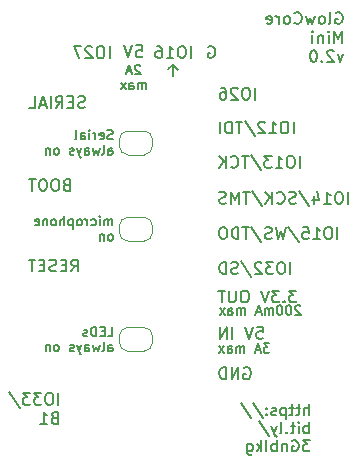
<source format=gbr>
%TF.GenerationSoftware,KiCad,Pcbnew,(6.0.9-0)*%
%TF.CreationDate,2022-11-16T22:53:00+01:00*%
%TF.ProjectId,GlowCoreMini PCB,476c6f77-436f-4726-954d-696e69205043,rev?*%
%TF.SameCoordinates,Original*%
%TF.FileFunction,Legend,Bot*%
%TF.FilePolarity,Positive*%
%FSLAX46Y46*%
G04 Gerber Fmt 4.6, Leading zero omitted, Abs format (unit mm)*
G04 Created by KiCad (PCBNEW (6.0.9-0)) date 2022-11-16 22:53:00*
%MOMM*%
%LPD*%
G01*
G04 APERTURE LIST*
G04 Aperture macros list*
%AMFreePoly0*
4,1,22,0.500000,-0.750000,0.000000,-0.750000,0.000000,-0.745033,-0.079941,-0.743568,-0.215256,-0.701293,-0.333266,-0.622738,-0.424486,-0.514219,-0.481581,-0.384460,-0.499164,-0.250000,-0.500000,-0.250000,-0.500000,0.250000,-0.499164,0.250000,-0.499963,0.256109,-0.478152,0.396186,-0.417904,0.524511,-0.324060,0.630769,-0.204165,0.706417,-0.067858,0.745374,0.000000,0.744959,0.000000,0.750000,
0.500000,0.750000,0.500000,-0.750000,0.500000,-0.750000,$1*%
%AMFreePoly1*
4,1,20,0.000000,0.744959,0.073905,0.744508,0.209726,0.703889,0.328688,0.626782,0.421226,0.519385,0.479903,0.390333,0.500000,0.250000,0.500000,-0.250000,0.499851,-0.262216,0.476331,-0.402017,0.414519,-0.529596,0.319384,-0.634700,0.198574,-0.708877,0.061801,-0.746166,0.000000,-0.745033,0.000000,-0.750000,-0.500000,-0.750000,-0.500000,0.750000,0.000000,0.750000,0.000000,0.744959,
0.000000,0.744959,$1*%
G04 Aperture macros list end*
%ADD10C,0.150000*%
%ADD11C,0.120000*%
%ADD12C,2.200000*%
%ADD13C,0.700025*%
%ADD14O,1.200000X2.200000*%
%ADD15O,1.200000X1.800000*%
%ADD16R,3.500000X2.000000*%
%ADD17R,2.000000X3.500000*%
%ADD18FreePoly0,180.000000*%
%ADD19FreePoly1,180.000000*%
%ADD20FreePoly0,0.000000*%
%ADD21FreePoly1,0.000000*%
G04 APERTURE END LIST*
D10*
X97142300Y-54165500D02*
X97485200Y-54584600D01*
X97116900Y-54165500D02*
X96697800Y-54559200D01*
X97116900Y-54165500D02*
X97104200Y-55143400D01*
X107024376Y-71877180D02*
X107024376Y-70877180D01*
X106357709Y-70877180D02*
X106167233Y-70877180D01*
X106071995Y-70924800D01*
X105976757Y-71020038D01*
X105929138Y-71210514D01*
X105929138Y-71543847D01*
X105976757Y-71734323D01*
X106071995Y-71829561D01*
X106167233Y-71877180D01*
X106357709Y-71877180D01*
X106452947Y-71829561D01*
X106548185Y-71734323D01*
X106595804Y-71543847D01*
X106595804Y-71210514D01*
X106548185Y-71020038D01*
X106452947Y-70924800D01*
X106357709Y-70877180D01*
X105595804Y-70877180D02*
X104976757Y-70877180D01*
X105310090Y-71258133D01*
X105167233Y-71258133D01*
X105071995Y-71305752D01*
X105024376Y-71353371D01*
X104976757Y-71448609D01*
X104976757Y-71686704D01*
X105024376Y-71781942D01*
X105071995Y-71829561D01*
X105167233Y-71877180D01*
X105452947Y-71877180D01*
X105548185Y-71829561D01*
X105595804Y-71781942D01*
X104595804Y-70972419D02*
X104548185Y-70924800D01*
X104452947Y-70877180D01*
X104214852Y-70877180D01*
X104119614Y-70924800D01*
X104071995Y-70972419D01*
X104024376Y-71067657D01*
X104024376Y-71162895D01*
X104071995Y-71305752D01*
X104643423Y-71877180D01*
X104024376Y-71877180D01*
X102881519Y-70829561D02*
X103738661Y-72115276D01*
X102595804Y-71829561D02*
X102452947Y-71877180D01*
X102214852Y-71877180D01*
X102119614Y-71829561D01*
X102071995Y-71781942D01*
X102024376Y-71686704D01*
X102024376Y-71591466D01*
X102071995Y-71496228D01*
X102119614Y-71448609D01*
X102214852Y-71400990D01*
X102405328Y-71353371D01*
X102500566Y-71305752D01*
X102548185Y-71258133D01*
X102595804Y-71162895D01*
X102595804Y-71067657D01*
X102548185Y-70972419D01*
X102500566Y-70924800D01*
X102405328Y-70877180D01*
X102167233Y-70877180D01*
X102024376Y-70924800D01*
X101595804Y-71877180D02*
X101595804Y-70877180D01*
X101357709Y-70877180D01*
X101214852Y-70924800D01*
X101119614Y-71020038D01*
X101071995Y-71115276D01*
X101024376Y-71305752D01*
X101024376Y-71448609D01*
X101071995Y-71639085D01*
X101119614Y-71734323D01*
X101214852Y-71829561D01*
X101357709Y-71877180D01*
X101595804Y-71877180D01*
X104214852Y-76363580D02*
X104691042Y-76363580D01*
X104738661Y-76839771D01*
X104691042Y-76792152D01*
X104595804Y-76744533D01*
X104357709Y-76744533D01*
X104262471Y-76792152D01*
X104214852Y-76839771D01*
X104167233Y-76935009D01*
X104167233Y-77173104D01*
X104214852Y-77268342D01*
X104262471Y-77315961D01*
X104357709Y-77363580D01*
X104595804Y-77363580D01*
X104691042Y-77315961D01*
X104738661Y-77268342D01*
X103881519Y-76363580D02*
X103548185Y-77363580D01*
X103214852Y-76363580D01*
X102119614Y-77363580D02*
X102119614Y-76363580D01*
X101643423Y-77363580D02*
X101643423Y-76363580D01*
X101071995Y-77363580D01*
X101071995Y-76363580D01*
X91587871Y-77137104D02*
X91968823Y-77137104D01*
X91968823Y-76337104D01*
X91321204Y-76718057D02*
X91054538Y-76718057D01*
X90940252Y-77137104D02*
X91321204Y-77137104D01*
X91321204Y-76337104D01*
X90940252Y-76337104D01*
X90597395Y-77137104D02*
X90597395Y-76337104D01*
X90406919Y-76337104D01*
X90292633Y-76375200D01*
X90216442Y-76451390D01*
X90178347Y-76527580D01*
X90140252Y-76679961D01*
X90140252Y-76794247D01*
X90178347Y-76946628D01*
X90216442Y-77022819D01*
X90292633Y-77099009D01*
X90406919Y-77137104D01*
X90597395Y-77137104D01*
X89835490Y-77099009D02*
X89759300Y-77137104D01*
X89606919Y-77137104D01*
X89530728Y-77099009D01*
X89492633Y-77022819D01*
X89492633Y-76984723D01*
X89530728Y-76908533D01*
X89606919Y-76870438D01*
X89721204Y-76870438D01*
X89797395Y-76832342D01*
X89835490Y-76756152D01*
X89835490Y-76718057D01*
X89797395Y-76641866D01*
X89721204Y-76603771D01*
X89606919Y-76603771D01*
X89530728Y-76641866D01*
X91625966Y-78425104D02*
X91625966Y-78006057D01*
X91664061Y-77929866D01*
X91740252Y-77891771D01*
X91892633Y-77891771D01*
X91968823Y-77929866D01*
X91625966Y-78387009D02*
X91702157Y-78425104D01*
X91892633Y-78425104D01*
X91968823Y-78387009D01*
X92006919Y-78310819D01*
X92006919Y-78234628D01*
X91968823Y-78158438D01*
X91892633Y-78120342D01*
X91702157Y-78120342D01*
X91625966Y-78082247D01*
X91130728Y-78425104D02*
X91206919Y-78387009D01*
X91245014Y-78310819D01*
X91245014Y-77625104D01*
X90902157Y-77891771D02*
X90749776Y-78425104D01*
X90597395Y-78044152D01*
X90445014Y-78425104D01*
X90292633Y-77891771D01*
X89645014Y-78425104D02*
X89645014Y-78006057D01*
X89683109Y-77929866D01*
X89759300Y-77891771D01*
X89911680Y-77891771D01*
X89987871Y-77929866D01*
X89645014Y-78387009D02*
X89721204Y-78425104D01*
X89911680Y-78425104D01*
X89987871Y-78387009D01*
X90025966Y-78310819D01*
X90025966Y-78234628D01*
X89987871Y-78158438D01*
X89911680Y-78120342D01*
X89721204Y-78120342D01*
X89645014Y-78082247D01*
X89340252Y-77891771D02*
X89149776Y-78425104D01*
X88959300Y-77891771D02*
X89149776Y-78425104D01*
X89225966Y-78615580D01*
X89264061Y-78653676D01*
X89340252Y-78691771D01*
X88692633Y-78387009D02*
X88616442Y-78425104D01*
X88464061Y-78425104D01*
X88387871Y-78387009D01*
X88349776Y-78310819D01*
X88349776Y-78272723D01*
X88387871Y-78196533D01*
X88464061Y-78158438D01*
X88578347Y-78158438D01*
X88654538Y-78120342D01*
X88692633Y-78044152D01*
X88692633Y-78006057D01*
X88654538Y-77929866D01*
X88578347Y-77891771D01*
X88464061Y-77891771D01*
X88387871Y-77929866D01*
X87283109Y-78425104D02*
X87359300Y-78387009D01*
X87397395Y-78348914D01*
X87435490Y-78272723D01*
X87435490Y-78044152D01*
X87397395Y-77967961D01*
X87359300Y-77929866D01*
X87283109Y-77891771D01*
X87168823Y-77891771D01*
X87092633Y-77929866D01*
X87054538Y-77967961D01*
X87016442Y-78044152D01*
X87016442Y-78272723D01*
X87054538Y-78348914D01*
X87092633Y-78387009D01*
X87168823Y-78425104D01*
X87283109Y-78425104D01*
X86673585Y-77891771D02*
X86673585Y-78425104D01*
X86673585Y-77967961D02*
X86635490Y-77929866D01*
X86559300Y-77891771D01*
X86445014Y-77891771D01*
X86368823Y-77929866D01*
X86330728Y-78006057D01*
X86330728Y-78425104D01*
X91968823Y-67776704D02*
X91968823Y-67243371D01*
X91968823Y-67319561D02*
X91930728Y-67281466D01*
X91854538Y-67243371D01*
X91740252Y-67243371D01*
X91664061Y-67281466D01*
X91625966Y-67357657D01*
X91625966Y-67776704D01*
X91625966Y-67357657D02*
X91587871Y-67281466D01*
X91511680Y-67243371D01*
X91397395Y-67243371D01*
X91321204Y-67281466D01*
X91283109Y-67357657D01*
X91283109Y-67776704D01*
X90902157Y-67776704D02*
X90902157Y-67243371D01*
X90902157Y-66976704D02*
X90940252Y-67014800D01*
X90902157Y-67052895D01*
X90864061Y-67014800D01*
X90902157Y-66976704D01*
X90902157Y-67052895D01*
X90178347Y-67738609D02*
X90254538Y-67776704D01*
X90406919Y-67776704D01*
X90483109Y-67738609D01*
X90521204Y-67700514D01*
X90559300Y-67624323D01*
X90559300Y-67395752D01*
X90521204Y-67319561D01*
X90483109Y-67281466D01*
X90406919Y-67243371D01*
X90254538Y-67243371D01*
X90178347Y-67281466D01*
X89835490Y-67776704D02*
X89835490Y-67243371D01*
X89835490Y-67395752D02*
X89797395Y-67319561D01*
X89759300Y-67281466D01*
X89683109Y-67243371D01*
X89606919Y-67243371D01*
X89225966Y-67776704D02*
X89302157Y-67738609D01*
X89340252Y-67700514D01*
X89378347Y-67624323D01*
X89378347Y-67395752D01*
X89340252Y-67319561D01*
X89302157Y-67281466D01*
X89225966Y-67243371D01*
X89111680Y-67243371D01*
X89035490Y-67281466D01*
X88997395Y-67319561D01*
X88959300Y-67395752D01*
X88959300Y-67624323D01*
X88997395Y-67700514D01*
X89035490Y-67738609D01*
X89111680Y-67776704D01*
X89225966Y-67776704D01*
X88616442Y-67243371D02*
X88616442Y-68043371D01*
X88616442Y-67281466D02*
X88540252Y-67243371D01*
X88387871Y-67243371D01*
X88311680Y-67281466D01*
X88273585Y-67319561D01*
X88235490Y-67395752D01*
X88235490Y-67624323D01*
X88273585Y-67700514D01*
X88311680Y-67738609D01*
X88387871Y-67776704D01*
X88540252Y-67776704D01*
X88616442Y-67738609D01*
X87892633Y-67776704D02*
X87892633Y-66976704D01*
X87549776Y-67776704D02*
X87549776Y-67357657D01*
X87587871Y-67281466D01*
X87664061Y-67243371D01*
X87778347Y-67243371D01*
X87854538Y-67281466D01*
X87892633Y-67319561D01*
X87054538Y-67776704D02*
X87130728Y-67738609D01*
X87168823Y-67700514D01*
X87206919Y-67624323D01*
X87206919Y-67395752D01*
X87168823Y-67319561D01*
X87130728Y-67281466D01*
X87054538Y-67243371D01*
X86940252Y-67243371D01*
X86864061Y-67281466D01*
X86825966Y-67319561D01*
X86787871Y-67395752D01*
X86787871Y-67624323D01*
X86825966Y-67700514D01*
X86864061Y-67738609D01*
X86940252Y-67776704D01*
X87054538Y-67776704D01*
X86445014Y-67243371D02*
X86445014Y-67776704D01*
X86445014Y-67319561D02*
X86406919Y-67281466D01*
X86330728Y-67243371D01*
X86216442Y-67243371D01*
X86140252Y-67281466D01*
X86102157Y-67357657D01*
X86102157Y-67776704D01*
X85416442Y-67738609D02*
X85492633Y-67776704D01*
X85645014Y-67776704D01*
X85721204Y-67738609D01*
X85759300Y-67662419D01*
X85759300Y-67357657D01*
X85721204Y-67281466D01*
X85645014Y-67243371D01*
X85492633Y-67243371D01*
X85416442Y-67281466D01*
X85378347Y-67357657D01*
X85378347Y-67433847D01*
X85759300Y-67510038D01*
X91854538Y-69064704D02*
X91930728Y-69026609D01*
X91968823Y-68988514D01*
X92006919Y-68912323D01*
X92006919Y-68683752D01*
X91968823Y-68607561D01*
X91930728Y-68569466D01*
X91854538Y-68531371D01*
X91740252Y-68531371D01*
X91664061Y-68569466D01*
X91625966Y-68607561D01*
X91587871Y-68683752D01*
X91587871Y-68912323D01*
X91625966Y-68988514D01*
X91664061Y-69026609D01*
X91740252Y-69064704D01*
X91854538Y-69064704D01*
X91245014Y-68531371D02*
X91245014Y-69064704D01*
X91245014Y-68607561D02*
X91206919Y-68569466D01*
X91130728Y-68531371D01*
X91016442Y-68531371D01*
X90940252Y-68569466D01*
X90902157Y-68645657D01*
X90902157Y-69064704D01*
X100106795Y-52636200D02*
X100202033Y-52588580D01*
X100344890Y-52588580D01*
X100487747Y-52636200D01*
X100582985Y-52731438D01*
X100630604Y-52826676D01*
X100678223Y-53017152D01*
X100678223Y-53160009D01*
X100630604Y-53350485D01*
X100582985Y-53445723D01*
X100487747Y-53540961D01*
X100344890Y-53588580D01*
X100249652Y-53588580D01*
X100106795Y-53540961D01*
X100059176Y-53493342D01*
X100059176Y-53160009D01*
X100249652Y-53160009D01*
X88092214Y-64342971D02*
X87949357Y-64390590D01*
X87901738Y-64438209D01*
X87854119Y-64533447D01*
X87854119Y-64676304D01*
X87901738Y-64771542D01*
X87949357Y-64819161D01*
X88044595Y-64866780D01*
X88425547Y-64866780D01*
X88425547Y-63866780D01*
X88092214Y-63866780D01*
X87996976Y-63914400D01*
X87949357Y-63962019D01*
X87901738Y-64057257D01*
X87901738Y-64152495D01*
X87949357Y-64247733D01*
X87996976Y-64295352D01*
X88092214Y-64342971D01*
X88425547Y-64342971D01*
X87235071Y-63866780D02*
X87044595Y-63866780D01*
X86949357Y-63914400D01*
X86854119Y-64009638D01*
X86806500Y-64200114D01*
X86806500Y-64533447D01*
X86854119Y-64723923D01*
X86949357Y-64819161D01*
X87044595Y-64866780D01*
X87235071Y-64866780D01*
X87330309Y-64819161D01*
X87425547Y-64723923D01*
X87473166Y-64533447D01*
X87473166Y-64200114D01*
X87425547Y-64009638D01*
X87330309Y-63914400D01*
X87235071Y-63866780D01*
X86187452Y-63866780D02*
X85996976Y-63866780D01*
X85901738Y-63914400D01*
X85806500Y-64009638D01*
X85758880Y-64200114D01*
X85758880Y-64533447D01*
X85806500Y-64723923D01*
X85901738Y-64819161D01*
X85996976Y-64866780D01*
X86187452Y-64866780D01*
X86282690Y-64819161D01*
X86377928Y-64723923D01*
X86425547Y-64533447D01*
X86425547Y-64200114D01*
X86377928Y-64009638D01*
X86282690Y-63914400D01*
X86187452Y-63866780D01*
X85473166Y-63866780D02*
X84901738Y-63866780D01*
X85187452Y-64866780D02*
X85187452Y-63866780D01*
X107894233Y-74618895D02*
X107856138Y-74580800D01*
X107779947Y-74542704D01*
X107589471Y-74542704D01*
X107513280Y-74580800D01*
X107475185Y-74618895D01*
X107437090Y-74695085D01*
X107437090Y-74771276D01*
X107475185Y-74885561D01*
X107932328Y-75342704D01*
X107437090Y-75342704D01*
X106941852Y-74542704D02*
X106865661Y-74542704D01*
X106789471Y-74580800D01*
X106751376Y-74618895D01*
X106713280Y-74695085D01*
X106675185Y-74847466D01*
X106675185Y-75037942D01*
X106713280Y-75190323D01*
X106751376Y-75266514D01*
X106789471Y-75304609D01*
X106865661Y-75342704D01*
X106941852Y-75342704D01*
X107018042Y-75304609D01*
X107056138Y-75266514D01*
X107094233Y-75190323D01*
X107132328Y-75037942D01*
X107132328Y-74847466D01*
X107094233Y-74695085D01*
X107056138Y-74618895D01*
X107018042Y-74580800D01*
X106941852Y-74542704D01*
X106179947Y-74542704D02*
X106103757Y-74542704D01*
X106027566Y-74580800D01*
X105989471Y-74618895D01*
X105951376Y-74695085D01*
X105913280Y-74847466D01*
X105913280Y-75037942D01*
X105951376Y-75190323D01*
X105989471Y-75266514D01*
X106027566Y-75304609D01*
X106103757Y-75342704D01*
X106179947Y-75342704D01*
X106256138Y-75304609D01*
X106294233Y-75266514D01*
X106332328Y-75190323D01*
X106370423Y-75037942D01*
X106370423Y-74847466D01*
X106332328Y-74695085D01*
X106294233Y-74618895D01*
X106256138Y-74580800D01*
X106179947Y-74542704D01*
X105570423Y-75342704D02*
X105570423Y-74809371D01*
X105570423Y-74885561D02*
X105532328Y-74847466D01*
X105456138Y-74809371D01*
X105341852Y-74809371D01*
X105265661Y-74847466D01*
X105227566Y-74923657D01*
X105227566Y-75342704D01*
X105227566Y-74923657D02*
X105189471Y-74847466D01*
X105113280Y-74809371D01*
X104998995Y-74809371D01*
X104922804Y-74847466D01*
X104884709Y-74923657D01*
X104884709Y-75342704D01*
X104541852Y-75114133D02*
X104160900Y-75114133D01*
X104618042Y-75342704D02*
X104351376Y-74542704D01*
X104084709Y-75342704D01*
X103208519Y-75342704D02*
X103208519Y-74809371D01*
X103208519Y-74885561D02*
X103170423Y-74847466D01*
X103094233Y-74809371D01*
X102979947Y-74809371D01*
X102903757Y-74847466D01*
X102865661Y-74923657D01*
X102865661Y-75342704D01*
X102865661Y-74923657D02*
X102827566Y-74847466D01*
X102751376Y-74809371D01*
X102637090Y-74809371D01*
X102560900Y-74847466D01*
X102522804Y-74923657D01*
X102522804Y-75342704D01*
X101798995Y-75342704D02*
X101798995Y-74923657D01*
X101837090Y-74847466D01*
X101913280Y-74809371D01*
X102065661Y-74809371D01*
X102141852Y-74847466D01*
X101798995Y-75304609D02*
X101875185Y-75342704D01*
X102065661Y-75342704D01*
X102141852Y-75304609D01*
X102179947Y-75228419D01*
X102179947Y-75152228D01*
X102141852Y-75076038D01*
X102065661Y-75037942D01*
X101875185Y-75037942D01*
X101798995Y-74999847D01*
X101494233Y-75342704D02*
X101075185Y-74809371D01*
X101494233Y-74809371D02*
X101075185Y-75342704D01*
X107310090Y-59986351D02*
X107310090Y-58986351D01*
X106643423Y-58986351D02*
X106452947Y-58986351D01*
X106357709Y-59033971D01*
X106262471Y-59129209D01*
X106214852Y-59319685D01*
X106214852Y-59653018D01*
X106262471Y-59843494D01*
X106357709Y-59938732D01*
X106452947Y-59986351D01*
X106643423Y-59986351D01*
X106738661Y-59938732D01*
X106833900Y-59843494D01*
X106881519Y-59653018D01*
X106881519Y-59319685D01*
X106833900Y-59129209D01*
X106738661Y-59033971D01*
X106643423Y-58986351D01*
X105262471Y-59986351D02*
X105833900Y-59986351D01*
X105548185Y-59986351D02*
X105548185Y-58986351D01*
X105643423Y-59129209D01*
X105738661Y-59224447D01*
X105833900Y-59272066D01*
X104881519Y-59081590D02*
X104833900Y-59033971D01*
X104738661Y-58986351D01*
X104500566Y-58986351D01*
X104405328Y-59033971D01*
X104357709Y-59081590D01*
X104310090Y-59176828D01*
X104310090Y-59272066D01*
X104357709Y-59414923D01*
X104929138Y-59986351D01*
X104310090Y-59986351D01*
X103167233Y-58938732D02*
X104024376Y-60224447D01*
X102976757Y-58986351D02*
X102405328Y-58986351D01*
X102691042Y-59986351D02*
X102691042Y-58986351D01*
X102071995Y-59986351D02*
X102071995Y-58986351D01*
X101833900Y-58986351D01*
X101691042Y-59033971D01*
X101595804Y-59129209D01*
X101548185Y-59224447D01*
X101500566Y-59414923D01*
X101500566Y-59557780D01*
X101548185Y-59748256D01*
X101595804Y-59843494D01*
X101691042Y-59938732D01*
X101833900Y-59986351D01*
X102071995Y-59986351D01*
X101071995Y-59986351D02*
X101071995Y-58986351D01*
X107548185Y-73290180D02*
X106929138Y-73290180D01*
X107262471Y-73671133D01*
X107119614Y-73671133D01*
X107024376Y-73718752D01*
X106976757Y-73766371D01*
X106929138Y-73861609D01*
X106929138Y-74099704D01*
X106976757Y-74194942D01*
X107024376Y-74242561D01*
X107119614Y-74290180D01*
X107405328Y-74290180D01*
X107500566Y-74242561D01*
X107548185Y-74194942D01*
X106500566Y-74194942D02*
X106452947Y-74242561D01*
X106500566Y-74290180D01*
X106548185Y-74242561D01*
X106500566Y-74194942D01*
X106500566Y-74290180D01*
X106119614Y-73290180D02*
X105500566Y-73290180D01*
X105833900Y-73671133D01*
X105691042Y-73671133D01*
X105595804Y-73718752D01*
X105548185Y-73766371D01*
X105500566Y-73861609D01*
X105500566Y-74099704D01*
X105548185Y-74194942D01*
X105595804Y-74242561D01*
X105691042Y-74290180D01*
X105976757Y-74290180D01*
X106071995Y-74242561D01*
X106119614Y-74194942D01*
X105214852Y-73290180D02*
X104881519Y-74290180D01*
X104548185Y-73290180D01*
X103262471Y-73290180D02*
X103071995Y-73290180D01*
X102976757Y-73337800D01*
X102881519Y-73433038D01*
X102833900Y-73623514D01*
X102833900Y-73956847D01*
X102881519Y-74147323D01*
X102976757Y-74242561D01*
X103071995Y-74290180D01*
X103262471Y-74290180D01*
X103357709Y-74242561D01*
X103452947Y-74147323D01*
X103500566Y-73956847D01*
X103500566Y-73623514D01*
X103452947Y-73433038D01*
X103357709Y-73337800D01*
X103262471Y-73290180D01*
X102405328Y-73290180D02*
X102405328Y-74099704D01*
X102357709Y-74194942D01*
X102310090Y-74242561D01*
X102214852Y-74290180D01*
X102024376Y-74290180D01*
X101929138Y-74242561D01*
X101881519Y-74194942D01*
X101833900Y-74099704D01*
X101833900Y-73290180D01*
X101500566Y-73290180D02*
X100929138Y-73290180D01*
X101214852Y-74290180D02*
X101214852Y-73290180D01*
X110900595Y-49756800D02*
X110995833Y-49709180D01*
X111138690Y-49709180D01*
X111281547Y-49756800D01*
X111376785Y-49852038D01*
X111424404Y-49947276D01*
X111472023Y-50137752D01*
X111472023Y-50280609D01*
X111424404Y-50471085D01*
X111376785Y-50566323D01*
X111281547Y-50661561D01*
X111138690Y-50709180D01*
X111043452Y-50709180D01*
X110900595Y-50661561D01*
X110852976Y-50613942D01*
X110852976Y-50280609D01*
X111043452Y-50280609D01*
X110281547Y-50709180D02*
X110376785Y-50661561D01*
X110424404Y-50566323D01*
X110424404Y-49709180D01*
X109757738Y-50709180D02*
X109852976Y-50661561D01*
X109900595Y-50613942D01*
X109948214Y-50518704D01*
X109948214Y-50232990D01*
X109900595Y-50137752D01*
X109852976Y-50090133D01*
X109757738Y-50042514D01*
X109614880Y-50042514D01*
X109519642Y-50090133D01*
X109472023Y-50137752D01*
X109424404Y-50232990D01*
X109424404Y-50518704D01*
X109472023Y-50613942D01*
X109519642Y-50661561D01*
X109614880Y-50709180D01*
X109757738Y-50709180D01*
X109091071Y-50042514D02*
X108900595Y-50709180D01*
X108710119Y-50232990D01*
X108519642Y-50709180D01*
X108329166Y-50042514D01*
X107376785Y-50613942D02*
X107424404Y-50661561D01*
X107567261Y-50709180D01*
X107662500Y-50709180D01*
X107805357Y-50661561D01*
X107900595Y-50566323D01*
X107948214Y-50471085D01*
X107995833Y-50280609D01*
X107995833Y-50137752D01*
X107948214Y-49947276D01*
X107900595Y-49852038D01*
X107805357Y-49756800D01*
X107662500Y-49709180D01*
X107567261Y-49709180D01*
X107424404Y-49756800D01*
X107376785Y-49804419D01*
X106805357Y-50709180D02*
X106900595Y-50661561D01*
X106948214Y-50613942D01*
X106995833Y-50518704D01*
X106995833Y-50232990D01*
X106948214Y-50137752D01*
X106900595Y-50090133D01*
X106805357Y-50042514D01*
X106662500Y-50042514D01*
X106567261Y-50090133D01*
X106519642Y-50137752D01*
X106472023Y-50232990D01*
X106472023Y-50518704D01*
X106519642Y-50613942D01*
X106567261Y-50661561D01*
X106662500Y-50709180D01*
X106805357Y-50709180D01*
X106043452Y-50709180D02*
X106043452Y-50042514D01*
X106043452Y-50232990D02*
X105995833Y-50137752D01*
X105948214Y-50090133D01*
X105852976Y-50042514D01*
X105757738Y-50042514D01*
X105043452Y-50661561D02*
X105138690Y-50709180D01*
X105329166Y-50709180D01*
X105424404Y-50661561D01*
X105472023Y-50566323D01*
X105472023Y-50185371D01*
X105424404Y-50090133D01*
X105329166Y-50042514D01*
X105138690Y-50042514D01*
X105043452Y-50090133D01*
X104995833Y-50185371D01*
X104995833Y-50280609D01*
X105472023Y-50375847D01*
X111424404Y-52319180D02*
X111424404Y-51319180D01*
X111091071Y-52033466D01*
X110757738Y-51319180D01*
X110757738Y-52319180D01*
X110281547Y-52319180D02*
X110281547Y-51652514D01*
X110281547Y-51319180D02*
X110329166Y-51366800D01*
X110281547Y-51414419D01*
X110233928Y-51366800D01*
X110281547Y-51319180D01*
X110281547Y-51414419D01*
X109805357Y-51652514D02*
X109805357Y-52319180D01*
X109805357Y-51747752D02*
X109757738Y-51700133D01*
X109662500Y-51652514D01*
X109519642Y-51652514D01*
X109424404Y-51700133D01*
X109376785Y-51795371D01*
X109376785Y-52319180D01*
X108900595Y-52319180D02*
X108900595Y-51652514D01*
X108900595Y-51319180D02*
X108948214Y-51366800D01*
X108900595Y-51414419D01*
X108852976Y-51366800D01*
X108900595Y-51319180D01*
X108900595Y-51414419D01*
X111519642Y-53262514D02*
X111281547Y-53929180D01*
X111043452Y-53262514D01*
X110710119Y-53024419D02*
X110662500Y-52976800D01*
X110567261Y-52929180D01*
X110329166Y-52929180D01*
X110233928Y-52976800D01*
X110186309Y-53024419D01*
X110138690Y-53119657D01*
X110138690Y-53214895D01*
X110186309Y-53357752D01*
X110757738Y-53929180D01*
X110138690Y-53929180D01*
X109710119Y-53833942D02*
X109662500Y-53881561D01*
X109710119Y-53929180D01*
X109757738Y-53881561D01*
X109710119Y-53833942D01*
X109710119Y-53929180D01*
X109043452Y-52929180D02*
X108948214Y-52929180D01*
X108852976Y-52976800D01*
X108805357Y-53024419D01*
X108757738Y-53119657D01*
X108710119Y-53310133D01*
X108710119Y-53548228D01*
X108757738Y-53738704D01*
X108805357Y-53833942D01*
X108852976Y-53881561D01*
X108948214Y-53929180D01*
X109043452Y-53929180D01*
X109138690Y-53881561D01*
X109186309Y-53833942D01*
X109233928Y-53738704D01*
X109281547Y-53548228D01*
X109281547Y-53310133D01*
X109233928Y-53119657D01*
X109186309Y-53024419D01*
X109138690Y-52976800D01*
X109043452Y-52929180D01*
X93978938Y-52538380D02*
X94455128Y-52538380D01*
X94502747Y-53014571D01*
X94455128Y-52966952D01*
X94359890Y-52919333D01*
X94121795Y-52919333D01*
X94026557Y-52966952D01*
X93978938Y-53014571D01*
X93931319Y-53109809D01*
X93931319Y-53347904D01*
X93978938Y-53443142D01*
X94026557Y-53490761D01*
X94121795Y-53538380D01*
X94359890Y-53538380D01*
X94455128Y-53490761D01*
X94502747Y-53443142D01*
X93645604Y-52538380D02*
X93312271Y-53538380D01*
X92978938Y-52538380D01*
X103119614Y-79840200D02*
X103214852Y-79792580D01*
X103357709Y-79792580D01*
X103500566Y-79840200D01*
X103595804Y-79935438D01*
X103643423Y-80030676D01*
X103691042Y-80221152D01*
X103691042Y-80364009D01*
X103643423Y-80554485D01*
X103595804Y-80649723D01*
X103500566Y-80744961D01*
X103357709Y-80792580D01*
X103262471Y-80792580D01*
X103119614Y-80744961D01*
X103071995Y-80697342D01*
X103071995Y-80364009D01*
X103262471Y-80364009D01*
X102643423Y-80792580D02*
X102643423Y-79792580D01*
X102071995Y-80792580D01*
X102071995Y-79792580D01*
X101595804Y-80792580D02*
X101595804Y-79792580D01*
X101357709Y-79792580D01*
X101214852Y-79840200D01*
X101119614Y-79935438D01*
X101071995Y-80030676D01*
X101024376Y-80221152D01*
X101024376Y-80364009D01*
X101071995Y-80554485D01*
X101119614Y-80649723D01*
X101214852Y-80744961D01*
X101357709Y-80792580D01*
X101595804Y-80792580D01*
X111929138Y-65933580D02*
X111929138Y-64933580D01*
X111262471Y-64933580D02*
X111071995Y-64933580D01*
X110976757Y-64981200D01*
X110881519Y-65076438D01*
X110833900Y-65266914D01*
X110833900Y-65600247D01*
X110881519Y-65790723D01*
X110976757Y-65885961D01*
X111071995Y-65933580D01*
X111262471Y-65933580D01*
X111357709Y-65885961D01*
X111452947Y-65790723D01*
X111500566Y-65600247D01*
X111500566Y-65266914D01*
X111452947Y-65076438D01*
X111357709Y-64981200D01*
X111262471Y-64933580D01*
X109881519Y-65933580D02*
X110452947Y-65933580D01*
X110167233Y-65933580D02*
X110167233Y-64933580D01*
X110262471Y-65076438D01*
X110357709Y-65171676D01*
X110452947Y-65219295D01*
X109024376Y-65266914D02*
X109024376Y-65933580D01*
X109262471Y-64885961D02*
X109500566Y-65600247D01*
X108881519Y-65600247D01*
X107786280Y-64885961D02*
X108643423Y-66171676D01*
X107500566Y-65885961D02*
X107357709Y-65933580D01*
X107119614Y-65933580D01*
X107024376Y-65885961D01*
X106976757Y-65838342D01*
X106929138Y-65743104D01*
X106929138Y-65647866D01*
X106976757Y-65552628D01*
X107024376Y-65505009D01*
X107119614Y-65457390D01*
X107310090Y-65409771D01*
X107405328Y-65362152D01*
X107452947Y-65314533D01*
X107500566Y-65219295D01*
X107500566Y-65124057D01*
X107452947Y-65028819D01*
X107405328Y-64981200D01*
X107310090Y-64933580D01*
X107071995Y-64933580D01*
X106929138Y-64981200D01*
X105929138Y-65838342D02*
X105976757Y-65885961D01*
X106119614Y-65933580D01*
X106214852Y-65933580D01*
X106357709Y-65885961D01*
X106452947Y-65790723D01*
X106500566Y-65695485D01*
X106548185Y-65505009D01*
X106548185Y-65362152D01*
X106500566Y-65171676D01*
X106452947Y-65076438D01*
X106357709Y-64981200D01*
X106214852Y-64933580D01*
X106119614Y-64933580D01*
X105976757Y-64981200D01*
X105929138Y-65028819D01*
X105500566Y-65933580D02*
X105500566Y-64933580D01*
X104929138Y-65933580D02*
X105357709Y-65362152D01*
X104929138Y-64933580D02*
X105500566Y-65505009D01*
X103786280Y-64885961D02*
X104643423Y-66171676D01*
X103595804Y-64933580D02*
X103024376Y-64933580D01*
X103310090Y-65933580D02*
X103310090Y-64933580D01*
X102691042Y-65933580D02*
X102691042Y-64933580D01*
X102357709Y-65647866D01*
X102024376Y-64933580D01*
X102024376Y-65933580D01*
X101595804Y-65885961D02*
X101452947Y-65933580D01*
X101214852Y-65933580D01*
X101119614Y-65885961D01*
X101071995Y-65838342D01*
X101024376Y-65743104D01*
X101024376Y-65647866D01*
X101071995Y-65552628D01*
X101119614Y-65505009D01*
X101214852Y-65457390D01*
X101405328Y-65409771D01*
X101500566Y-65362152D01*
X101548185Y-65314533D01*
X101595804Y-65219295D01*
X101595804Y-65124057D01*
X101548185Y-65028819D01*
X101500566Y-64981200D01*
X101405328Y-64933580D01*
X101167233Y-64933580D01*
X101024376Y-64981200D01*
X89641423Y-57783361D02*
X89498566Y-57830980D01*
X89260471Y-57830980D01*
X89165233Y-57783361D01*
X89117614Y-57735742D01*
X89069995Y-57640504D01*
X89069995Y-57545266D01*
X89117614Y-57450028D01*
X89165233Y-57402409D01*
X89260471Y-57354790D01*
X89450947Y-57307171D01*
X89546185Y-57259552D01*
X89593804Y-57211933D01*
X89641423Y-57116695D01*
X89641423Y-57021457D01*
X89593804Y-56926219D01*
X89546185Y-56878600D01*
X89450947Y-56830980D01*
X89212852Y-56830980D01*
X89069995Y-56878600D01*
X88641423Y-57307171D02*
X88308090Y-57307171D01*
X88165233Y-57830980D02*
X88641423Y-57830980D01*
X88641423Y-56830980D01*
X88165233Y-56830980D01*
X87165233Y-57830980D02*
X87498566Y-57354790D01*
X87736661Y-57830980D02*
X87736661Y-56830980D01*
X87355709Y-56830980D01*
X87260471Y-56878600D01*
X87212852Y-56926219D01*
X87165233Y-57021457D01*
X87165233Y-57164314D01*
X87212852Y-57259552D01*
X87260471Y-57307171D01*
X87355709Y-57354790D01*
X87736661Y-57354790D01*
X86736661Y-57830980D02*
X86736661Y-56830980D01*
X86308090Y-57545266D02*
X85831900Y-57545266D01*
X86403328Y-57830980D02*
X86069995Y-56830980D01*
X85736661Y-57830980D01*
X84927138Y-57830980D02*
X85403328Y-57830980D01*
X85403328Y-56830980D01*
X111024376Y-68930780D02*
X111024376Y-67930780D01*
X110357709Y-67930780D02*
X110167233Y-67930780D01*
X110071995Y-67978400D01*
X109976757Y-68073638D01*
X109929138Y-68264114D01*
X109929138Y-68597447D01*
X109976757Y-68787923D01*
X110071995Y-68883161D01*
X110167233Y-68930780D01*
X110357709Y-68930780D01*
X110452947Y-68883161D01*
X110548185Y-68787923D01*
X110595804Y-68597447D01*
X110595804Y-68264114D01*
X110548185Y-68073638D01*
X110452947Y-67978400D01*
X110357709Y-67930780D01*
X108976757Y-68930780D02*
X109548185Y-68930780D01*
X109262471Y-68930780D02*
X109262471Y-67930780D01*
X109357709Y-68073638D01*
X109452947Y-68168876D01*
X109548185Y-68216495D01*
X108071995Y-67930780D02*
X108548185Y-67930780D01*
X108595804Y-68406971D01*
X108548185Y-68359352D01*
X108452947Y-68311733D01*
X108214852Y-68311733D01*
X108119614Y-68359352D01*
X108071995Y-68406971D01*
X108024376Y-68502209D01*
X108024376Y-68740304D01*
X108071995Y-68835542D01*
X108119614Y-68883161D01*
X108214852Y-68930780D01*
X108452947Y-68930780D01*
X108548185Y-68883161D01*
X108595804Y-68835542D01*
X106881519Y-67883161D02*
X107738661Y-69168876D01*
X106643423Y-67930780D02*
X106405328Y-68930780D01*
X106214852Y-68216495D01*
X106024376Y-68930780D01*
X105786280Y-67930780D01*
X105452947Y-68883161D02*
X105310090Y-68930780D01*
X105071995Y-68930780D01*
X104976757Y-68883161D01*
X104929138Y-68835542D01*
X104881519Y-68740304D01*
X104881519Y-68645066D01*
X104929138Y-68549828D01*
X104976757Y-68502209D01*
X105071995Y-68454590D01*
X105262471Y-68406971D01*
X105357709Y-68359352D01*
X105405328Y-68311733D01*
X105452947Y-68216495D01*
X105452947Y-68121257D01*
X105405328Y-68026019D01*
X105357709Y-67978400D01*
X105262471Y-67930780D01*
X105024376Y-67930780D01*
X104881519Y-67978400D01*
X103738661Y-67883161D02*
X104595804Y-69168876D01*
X103548185Y-67930780D02*
X102976757Y-67930780D01*
X103262471Y-68930780D02*
X103262471Y-67930780D01*
X102643423Y-68930780D02*
X102643423Y-67930780D01*
X102405328Y-67930780D01*
X102262471Y-67978400D01*
X102167233Y-68073638D01*
X102119614Y-68168876D01*
X102071995Y-68359352D01*
X102071995Y-68502209D01*
X102119614Y-68692685D01*
X102167233Y-68787923D01*
X102262471Y-68883161D01*
X102405328Y-68930780D01*
X102643423Y-68930780D01*
X101452947Y-67930780D02*
X101262471Y-67930780D01*
X101167233Y-67978400D01*
X101071995Y-68073638D01*
X101024376Y-68264114D01*
X101024376Y-68597447D01*
X101071995Y-68787923D01*
X101167233Y-68883161D01*
X101262471Y-68930780D01*
X101452947Y-68930780D01*
X101548185Y-68883161D01*
X101643423Y-68787923D01*
X101691042Y-68597447D01*
X101691042Y-68264114D01*
X101643423Y-68073638D01*
X101548185Y-67978400D01*
X101452947Y-67930780D01*
X94348228Y-54239095D02*
X94310133Y-54201000D01*
X94233942Y-54162904D01*
X94043466Y-54162904D01*
X93967276Y-54201000D01*
X93929180Y-54239095D01*
X93891085Y-54315285D01*
X93891085Y-54391476D01*
X93929180Y-54505761D01*
X94386323Y-54962904D01*
X93891085Y-54962904D01*
X93586323Y-54734333D02*
X93205371Y-54734333D01*
X93662514Y-54962904D02*
X93395847Y-54162904D01*
X93129180Y-54962904D01*
X94805371Y-56250904D02*
X94805371Y-55717571D01*
X94805371Y-55793761D02*
X94767276Y-55755666D01*
X94691085Y-55717571D01*
X94576800Y-55717571D01*
X94500609Y-55755666D01*
X94462514Y-55831857D01*
X94462514Y-56250904D01*
X94462514Y-55831857D02*
X94424419Y-55755666D01*
X94348228Y-55717571D01*
X94233942Y-55717571D01*
X94157752Y-55755666D01*
X94119657Y-55831857D01*
X94119657Y-56250904D01*
X93395847Y-56250904D02*
X93395847Y-55831857D01*
X93433942Y-55755666D01*
X93510133Y-55717571D01*
X93662514Y-55717571D01*
X93738704Y-55755666D01*
X93395847Y-56212809D02*
X93472038Y-56250904D01*
X93662514Y-56250904D01*
X93738704Y-56212809D01*
X93776800Y-56136619D01*
X93776800Y-56060428D01*
X93738704Y-55984238D01*
X93662514Y-55946142D01*
X93472038Y-55946142D01*
X93395847Y-55908047D01*
X93091085Y-56250904D02*
X92672038Y-55717571D01*
X93091085Y-55717571D02*
X92672038Y-56250904D01*
X87396004Y-82959380D02*
X87396004Y-81959380D01*
X86729338Y-81959380D02*
X86538861Y-81959380D01*
X86443623Y-82007000D01*
X86348385Y-82102238D01*
X86300766Y-82292714D01*
X86300766Y-82626047D01*
X86348385Y-82816523D01*
X86443623Y-82911761D01*
X86538861Y-82959380D01*
X86729338Y-82959380D01*
X86824576Y-82911761D01*
X86919814Y-82816523D01*
X86967433Y-82626047D01*
X86967433Y-82292714D01*
X86919814Y-82102238D01*
X86824576Y-82007000D01*
X86729338Y-81959380D01*
X85967433Y-81959380D02*
X85348385Y-81959380D01*
X85681719Y-82340333D01*
X85538861Y-82340333D01*
X85443623Y-82387952D01*
X85396004Y-82435571D01*
X85348385Y-82530809D01*
X85348385Y-82768904D01*
X85396004Y-82864142D01*
X85443623Y-82911761D01*
X85538861Y-82959380D01*
X85824576Y-82959380D01*
X85919814Y-82911761D01*
X85967433Y-82864142D01*
X85015052Y-81959380D02*
X84396004Y-81959380D01*
X84729338Y-82340333D01*
X84586480Y-82340333D01*
X84491242Y-82387952D01*
X84443623Y-82435571D01*
X84396004Y-82530809D01*
X84396004Y-82768904D01*
X84443623Y-82864142D01*
X84491242Y-82911761D01*
X84586480Y-82959380D01*
X84872195Y-82959380D01*
X84967433Y-82911761D01*
X85015052Y-82864142D01*
X83253147Y-81911761D02*
X84110290Y-83197476D01*
X87062671Y-84045571D02*
X86919814Y-84093190D01*
X86872195Y-84140809D01*
X86824576Y-84236047D01*
X86824576Y-84378904D01*
X86872195Y-84474142D01*
X86919814Y-84521761D01*
X87015052Y-84569380D01*
X87396004Y-84569380D01*
X87396004Y-83569380D01*
X87062671Y-83569380D01*
X86967433Y-83617000D01*
X86919814Y-83664619D01*
X86872195Y-83759857D01*
X86872195Y-83855095D01*
X86919814Y-83950333D01*
X86967433Y-83997952D01*
X87062671Y-84045571D01*
X87396004Y-84045571D01*
X85872195Y-84569380D02*
X86443623Y-84569380D01*
X86157909Y-84569380D02*
X86157909Y-83569380D01*
X86253147Y-83712238D01*
X86348385Y-83807476D01*
X86443623Y-83855095D01*
X92006919Y-60448809D02*
X91892633Y-60486904D01*
X91702157Y-60486904D01*
X91625966Y-60448809D01*
X91587871Y-60410714D01*
X91549776Y-60334523D01*
X91549776Y-60258333D01*
X91587871Y-60182142D01*
X91625966Y-60144047D01*
X91702157Y-60105952D01*
X91854538Y-60067857D01*
X91930728Y-60029761D01*
X91968823Y-59991666D01*
X92006919Y-59915476D01*
X92006919Y-59839285D01*
X91968823Y-59763095D01*
X91930728Y-59725000D01*
X91854538Y-59686904D01*
X91664061Y-59686904D01*
X91549776Y-59725000D01*
X90902157Y-60448809D02*
X90978347Y-60486904D01*
X91130728Y-60486904D01*
X91206919Y-60448809D01*
X91245014Y-60372619D01*
X91245014Y-60067857D01*
X91206919Y-59991666D01*
X91130728Y-59953571D01*
X90978347Y-59953571D01*
X90902157Y-59991666D01*
X90864061Y-60067857D01*
X90864061Y-60144047D01*
X91245014Y-60220238D01*
X90521204Y-60486904D02*
X90521204Y-59953571D01*
X90521204Y-60105952D02*
X90483109Y-60029761D01*
X90445014Y-59991666D01*
X90368823Y-59953571D01*
X90292633Y-59953571D01*
X90025966Y-60486904D02*
X90025966Y-59953571D01*
X90025966Y-59686904D02*
X90064061Y-59725000D01*
X90025966Y-59763095D01*
X89987871Y-59725000D01*
X90025966Y-59686904D01*
X90025966Y-59763095D01*
X89302157Y-60486904D02*
X89302157Y-60067857D01*
X89340252Y-59991666D01*
X89416442Y-59953571D01*
X89568823Y-59953571D01*
X89645014Y-59991666D01*
X89302157Y-60448809D02*
X89378347Y-60486904D01*
X89568823Y-60486904D01*
X89645014Y-60448809D01*
X89683109Y-60372619D01*
X89683109Y-60296428D01*
X89645014Y-60220238D01*
X89568823Y-60182142D01*
X89378347Y-60182142D01*
X89302157Y-60144047D01*
X88806919Y-60486904D02*
X88883109Y-60448809D01*
X88921204Y-60372619D01*
X88921204Y-59686904D01*
X91625966Y-61774904D02*
X91625966Y-61355857D01*
X91664061Y-61279666D01*
X91740252Y-61241571D01*
X91892633Y-61241571D01*
X91968823Y-61279666D01*
X91625966Y-61736809D02*
X91702157Y-61774904D01*
X91892633Y-61774904D01*
X91968823Y-61736809D01*
X92006919Y-61660619D01*
X92006919Y-61584428D01*
X91968823Y-61508238D01*
X91892633Y-61470142D01*
X91702157Y-61470142D01*
X91625966Y-61432047D01*
X91130728Y-61774904D02*
X91206919Y-61736809D01*
X91245014Y-61660619D01*
X91245014Y-60974904D01*
X90902157Y-61241571D02*
X90749776Y-61774904D01*
X90597395Y-61393952D01*
X90445014Y-61774904D01*
X90292633Y-61241571D01*
X89645014Y-61774904D02*
X89645014Y-61355857D01*
X89683109Y-61279666D01*
X89759300Y-61241571D01*
X89911680Y-61241571D01*
X89987871Y-61279666D01*
X89645014Y-61736809D02*
X89721204Y-61774904D01*
X89911680Y-61774904D01*
X89987871Y-61736809D01*
X90025966Y-61660619D01*
X90025966Y-61584428D01*
X89987871Y-61508238D01*
X89911680Y-61470142D01*
X89721204Y-61470142D01*
X89645014Y-61432047D01*
X89340252Y-61241571D02*
X89149776Y-61774904D01*
X88959300Y-61241571D02*
X89149776Y-61774904D01*
X89225966Y-61965380D01*
X89264061Y-62003476D01*
X89340252Y-62041571D01*
X88692633Y-61736809D02*
X88616442Y-61774904D01*
X88464061Y-61774904D01*
X88387871Y-61736809D01*
X88349776Y-61660619D01*
X88349776Y-61622523D01*
X88387871Y-61546333D01*
X88464061Y-61508238D01*
X88578347Y-61508238D01*
X88654538Y-61470142D01*
X88692633Y-61393952D01*
X88692633Y-61355857D01*
X88654538Y-61279666D01*
X88578347Y-61241571D01*
X88464061Y-61241571D01*
X88387871Y-61279666D01*
X87283109Y-61774904D02*
X87359300Y-61736809D01*
X87397395Y-61698714D01*
X87435490Y-61622523D01*
X87435490Y-61393952D01*
X87397395Y-61317761D01*
X87359300Y-61279666D01*
X87283109Y-61241571D01*
X87168823Y-61241571D01*
X87092633Y-61279666D01*
X87054538Y-61317761D01*
X87016442Y-61393952D01*
X87016442Y-61622523D01*
X87054538Y-61698714D01*
X87092633Y-61736809D01*
X87168823Y-61774904D01*
X87283109Y-61774904D01*
X86673585Y-61241571D02*
X86673585Y-61774904D01*
X86673585Y-61317761D02*
X86635490Y-61279666D01*
X86559300Y-61241571D01*
X86445014Y-61241571D01*
X86368823Y-61279666D01*
X86330728Y-61355857D01*
X86330728Y-61774904D01*
X104049776Y-57119780D02*
X104049776Y-56119780D01*
X103383109Y-56119780D02*
X103192633Y-56119780D01*
X103097395Y-56167400D01*
X103002157Y-56262638D01*
X102954538Y-56453114D01*
X102954538Y-56786447D01*
X103002157Y-56976923D01*
X103097395Y-57072161D01*
X103192633Y-57119780D01*
X103383109Y-57119780D01*
X103478347Y-57072161D01*
X103573585Y-56976923D01*
X103621204Y-56786447D01*
X103621204Y-56453114D01*
X103573585Y-56262638D01*
X103478347Y-56167400D01*
X103383109Y-56119780D01*
X102573585Y-56215019D02*
X102525966Y-56167400D01*
X102430728Y-56119780D01*
X102192633Y-56119780D01*
X102097395Y-56167400D01*
X102049776Y-56215019D01*
X102002157Y-56310257D01*
X102002157Y-56405495D01*
X102049776Y-56548352D01*
X102621204Y-57119780D01*
X102002157Y-57119780D01*
X101145014Y-56119780D02*
X101335490Y-56119780D01*
X101430728Y-56167400D01*
X101478347Y-56215019D01*
X101573585Y-56357876D01*
X101621204Y-56548352D01*
X101621204Y-56929304D01*
X101573585Y-57024542D01*
X101525966Y-57072161D01*
X101430728Y-57119780D01*
X101240252Y-57119780D01*
X101145014Y-57072161D01*
X101097395Y-57024542D01*
X101049776Y-56929304D01*
X101049776Y-56691209D01*
X101097395Y-56595971D01*
X101145014Y-56548352D01*
X101240252Y-56500733D01*
X101430728Y-56500733D01*
X101525966Y-56548352D01*
X101573585Y-56595971D01*
X101621204Y-56691209D01*
X91730776Y-53614580D02*
X91730776Y-52614580D01*
X91064109Y-52614580D02*
X90873633Y-52614580D01*
X90778395Y-52662200D01*
X90683157Y-52757438D01*
X90635538Y-52947914D01*
X90635538Y-53281247D01*
X90683157Y-53471723D01*
X90778395Y-53566961D01*
X90873633Y-53614580D01*
X91064109Y-53614580D01*
X91159347Y-53566961D01*
X91254585Y-53471723D01*
X91302204Y-53281247D01*
X91302204Y-52947914D01*
X91254585Y-52757438D01*
X91159347Y-52662200D01*
X91064109Y-52614580D01*
X90254585Y-52709819D02*
X90206966Y-52662200D01*
X90111728Y-52614580D01*
X89873633Y-52614580D01*
X89778395Y-52662200D01*
X89730776Y-52709819D01*
X89683157Y-52805057D01*
X89683157Y-52900295D01*
X89730776Y-53043152D01*
X90302204Y-53614580D01*
X89683157Y-53614580D01*
X89349823Y-52614580D02*
X88683157Y-52614580D01*
X89111728Y-53614580D01*
X88495385Y-71673980D02*
X88828719Y-71197790D01*
X89066814Y-71673980D02*
X89066814Y-70673980D01*
X88685861Y-70673980D01*
X88590623Y-70721600D01*
X88543004Y-70769219D01*
X88495385Y-70864457D01*
X88495385Y-71007314D01*
X88543004Y-71102552D01*
X88590623Y-71150171D01*
X88685861Y-71197790D01*
X89066814Y-71197790D01*
X88066814Y-71150171D02*
X87733480Y-71150171D01*
X87590623Y-71673980D02*
X88066814Y-71673980D01*
X88066814Y-70673980D01*
X87590623Y-70673980D01*
X87209671Y-71626361D02*
X87066814Y-71673980D01*
X86828719Y-71673980D01*
X86733480Y-71626361D01*
X86685861Y-71578742D01*
X86638242Y-71483504D01*
X86638242Y-71388266D01*
X86685861Y-71293028D01*
X86733480Y-71245409D01*
X86828719Y-71197790D01*
X87019195Y-71150171D01*
X87114433Y-71102552D01*
X87162052Y-71054933D01*
X87209671Y-70959695D01*
X87209671Y-70864457D01*
X87162052Y-70769219D01*
X87114433Y-70721600D01*
X87019195Y-70673980D01*
X86781100Y-70673980D01*
X86638242Y-70721600D01*
X86209671Y-71150171D02*
X85876338Y-71150171D01*
X85733480Y-71673980D02*
X86209671Y-71673980D01*
X86209671Y-70673980D01*
X85733480Y-70673980D01*
X85447766Y-70673980D02*
X84876338Y-70673980D01*
X85162052Y-71673980D02*
X85162052Y-70673980D01*
X105274414Y-77743104D02*
X104779176Y-77743104D01*
X105045842Y-78047866D01*
X104931557Y-78047866D01*
X104855366Y-78085961D01*
X104817271Y-78124057D01*
X104779176Y-78200247D01*
X104779176Y-78390723D01*
X104817271Y-78466914D01*
X104855366Y-78505009D01*
X104931557Y-78543104D01*
X105160128Y-78543104D01*
X105236319Y-78505009D01*
X105274414Y-78466914D01*
X104474414Y-78314533D02*
X104093461Y-78314533D01*
X104550604Y-78543104D02*
X104283938Y-77743104D01*
X104017271Y-78543104D01*
X103141080Y-78543104D02*
X103141080Y-78009771D01*
X103141080Y-78085961D02*
X103102985Y-78047866D01*
X103026795Y-78009771D01*
X102912509Y-78009771D01*
X102836319Y-78047866D01*
X102798223Y-78124057D01*
X102798223Y-78543104D01*
X102798223Y-78124057D02*
X102760128Y-78047866D01*
X102683938Y-78009771D01*
X102569652Y-78009771D01*
X102493461Y-78047866D01*
X102455366Y-78124057D01*
X102455366Y-78543104D01*
X101731557Y-78543104D02*
X101731557Y-78124057D01*
X101769652Y-78047866D01*
X101845842Y-78009771D01*
X101998223Y-78009771D01*
X102074414Y-78047866D01*
X101731557Y-78505009D02*
X101807747Y-78543104D01*
X101998223Y-78543104D01*
X102074414Y-78505009D01*
X102112509Y-78428819D01*
X102112509Y-78352628D01*
X102074414Y-78276438D01*
X101998223Y-78238342D01*
X101807747Y-78238342D01*
X101731557Y-78200247D01*
X101426795Y-78543104D02*
X101007747Y-78009771D01*
X101426795Y-78009771D02*
X101007747Y-78543104D01*
X108591509Y-83837861D02*
X108591509Y-82887861D01*
X108184366Y-83837861D02*
X108184366Y-83340242D01*
X108229604Y-83249766D01*
X108320080Y-83204528D01*
X108455795Y-83204528D01*
X108546271Y-83249766D01*
X108591509Y-83295004D01*
X107867700Y-83204528D02*
X107505795Y-83204528D01*
X107731985Y-82887861D02*
X107731985Y-83702147D01*
X107686747Y-83792623D01*
X107596271Y-83837861D01*
X107505795Y-83837861D01*
X107324842Y-83204528D02*
X106962938Y-83204528D01*
X107189128Y-82887861D02*
X107189128Y-83702147D01*
X107143890Y-83792623D01*
X107053414Y-83837861D01*
X106962938Y-83837861D01*
X106646271Y-83204528D02*
X106646271Y-84154528D01*
X106646271Y-83249766D02*
X106555795Y-83204528D01*
X106374842Y-83204528D01*
X106284366Y-83249766D01*
X106239128Y-83295004D01*
X106193890Y-83385480D01*
X106193890Y-83656909D01*
X106239128Y-83747385D01*
X106284366Y-83792623D01*
X106374842Y-83837861D01*
X106555795Y-83837861D01*
X106646271Y-83792623D01*
X105831985Y-83792623D02*
X105741509Y-83837861D01*
X105560557Y-83837861D01*
X105470080Y-83792623D01*
X105424842Y-83702147D01*
X105424842Y-83656909D01*
X105470080Y-83566433D01*
X105560557Y-83521195D01*
X105696271Y-83521195D01*
X105786747Y-83475957D01*
X105831985Y-83385480D01*
X105831985Y-83340242D01*
X105786747Y-83249766D01*
X105696271Y-83204528D01*
X105560557Y-83204528D01*
X105470080Y-83249766D01*
X105017700Y-83747385D02*
X104972461Y-83792623D01*
X105017700Y-83837861D01*
X105062938Y-83792623D01*
X105017700Y-83747385D01*
X105017700Y-83837861D01*
X105017700Y-83249766D02*
X104972461Y-83295004D01*
X105017700Y-83340242D01*
X105062938Y-83295004D01*
X105017700Y-83249766D01*
X105017700Y-83340242D01*
X103886747Y-82842623D02*
X104701033Y-84064052D01*
X102891509Y-82842623D02*
X103705795Y-84064052D01*
X108591509Y-85367361D02*
X108591509Y-84417361D01*
X108591509Y-84779266D02*
X108501033Y-84734028D01*
X108320080Y-84734028D01*
X108229604Y-84779266D01*
X108184366Y-84824504D01*
X108139128Y-84914980D01*
X108139128Y-85186409D01*
X108184366Y-85276885D01*
X108229604Y-85322123D01*
X108320080Y-85367361D01*
X108501033Y-85367361D01*
X108591509Y-85322123D01*
X107731985Y-85367361D02*
X107731985Y-84734028D01*
X107731985Y-84417361D02*
X107777223Y-84462600D01*
X107731985Y-84507838D01*
X107686747Y-84462600D01*
X107731985Y-84417361D01*
X107731985Y-84507838D01*
X107415319Y-84734028D02*
X107053414Y-84734028D01*
X107279604Y-84417361D02*
X107279604Y-85231647D01*
X107234366Y-85322123D01*
X107143890Y-85367361D01*
X107053414Y-85367361D01*
X106736747Y-85276885D02*
X106691509Y-85322123D01*
X106736747Y-85367361D01*
X106781985Y-85322123D01*
X106736747Y-85276885D01*
X106736747Y-85367361D01*
X106148652Y-85367361D02*
X106239128Y-85322123D01*
X106284366Y-85231647D01*
X106284366Y-84417361D01*
X105877223Y-84734028D02*
X105651033Y-85367361D01*
X105424842Y-84734028D02*
X105651033Y-85367361D01*
X105741509Y-85593552D01*
X105786747Y-85638790D01*
X105877223Y-85684028D01*
X104384366Y-84372123D02*
X105198652Y-85593552D01*
X108681985Y-85946861D02*
X108093890Y-85946861D01*
X108410557Y-86308766D01*
X108274842Y-86308766D01*
X108184366Y-86354004D01*
X108139128Y-86399242D01*
X108093890Y-86489719D01*
X108093890Y-86715909D01*
X108139128Y-86806385D01*
X108184366Y-86851623D01*
X108274842Y-86896861D01*
X108546271Y-86896861D01*
X108636747Y-86851623D01*
X108681985Y-86806385D01*
X107189128Y-85992100D02*
X107279604Y-85946861D01*
X107415319Y-85946861D01*
X107551033Y-85992100D01*
X107641509Y-86082576D01*
X107686747Y-86173052D01*
X107731985Y-86354004D01*
X107731985Y-86489719D01*
X107686747Y-86670671D01*
X107641509Y-86761147D01*
X107551033Y-86851623D01*
X107415319Y-86896861D01*
X107324842Y-86896861D01*
X107189128Y-86851623D01*
X107143890Y-86806385D01*
X107143890Y-86489719D01*
X107324842Y-86489719D01*
X106736747Y-86263528D02*
X106736747Y-86896861D01*
X106736747Y-86354004D02*
X106691509Y-86308766D01*
X106601033Y-86263528D01*
X106465319Y-86263528D01*
X106374842Y-86308766D01*
X106329604Y-86399242D01*
X106329604Y-86896861D01*
X105877223Y-86896861D02*
X105877223Y-85946861D01*
X105877223Y-86308766D02*
X105786747Y-86263528D01*
X105605795Y-86263528D01*
X105515319Y-86308766D01*
X105470080Y-86354004D01*
X105424842Y-86444480D01*
X105424842Y-86715909D01*
X105470080Y-86806385D01*
X105515319Y-86851623D01*
X105605795Y-86896861D01*
X105786747Y-86896861D01*
X105877223Y-86851623D01*
X105017699Y-86896861D02*
X105017699Y-85946861D01*
X104565319Y-86896861D02*
X104565319Y-85946861D01*
X104474842Y-86534957D02*
X104203414Y-86896861D01*
X104203414Y-86263528D02*
X104565319Y-86625433D01*
X103389128Y-86263528D02*
X103389128Y-87032576D01*
X103434366Y-87123052D01*
X103479604Y-87168290D01*
X103570080Y-87213528D01*
X103705795Y-87213528D01*
X103796271Y-87168290D01*
X103389128Y-86851623D02*
X103479604Y-86896861D01*
X103660557Y-86896861D01*
X103751033Y-86851623D01*
X103796271Y-86806385D01*
X103841509Y-86715909D01*
X103841509Y-86444480D01*
X103796271Y-86354004D01*
X103751033Y-86308766D01*
X103660557Y-86263528D01*
X103479604Y-86263528D01*
X103389128Y-86308766D01*
X98614176Y-53589180D02*
X98614176Y-52589180D01*
X97947509Y-52589180D02*
X97757033Y-52589180D01*
X97661795Y-52636800D01*
X97566557Y-52732038D01*
X97518938Y-52922514D01*
X97518938Y-53255847D01*
X97566557Y-53446323D01*
X97661795Y-53541561D01*
X97757033Y-53589180D01*
X97947509Y-53589180D01*
X98042747Y-53541561D01*
X98137985Y-53446323D01*
X98185604Y-53255847D01*
X98185604Y-52922514D01*
X98137985Y-52732038D01*
X98042747Y-52636800D01*
X97947509Y-52589180D01*
X96566557Y-53589180D02*
X97137985Y-53589180D01*
X96852271Y-53589180D02*
X96852271Y-52589180D01*
X96947509Y-52732038D01*
X97042747Y-52827276D01*
X97137985Y-52874895D01*
X95709414Y-52589180D02*
X95899890Y-52589180D01*
X95995128Y-52636800D01*
X96042747Y-52684419D01*
X96137985Y-52827276D01*
X96185604Y-53017752D01*
X96185604Y-53398704D01*
X96137985Y-53493942D01*
X96090366Y-53541561D01*
X95995128Y-53589180D01*
X95804652Y-53589180D01*
X95709414Y-53541561D01*
X95661795Y-53493942D01*
X95614176Y-53398704D01*
X95614176Y-53160609D01*
X95661795Y-53065371D01*
X95709414Y-53017752D01*
X95804652Y-52970133D01*
X95995128Y-52970133D01*
X96090366Y-53017752D01*
X96137985Y-53065371D01*
X96185604Y-53160609D01*
X107833900Y-62885580D02*
X107833900Y-61885580D01*
X107167233Y-61885580D02*
X106976757Y-61885580D01*
X106881519Y-61933200D01*
X106786280Y-62028438D01*
X106738661Y-62218914D01*
X106738661Y-62552247D01*
X106786280Y-62742723D01*
X106881519Y-62837961D01*
X106976757Y-62885580D01*
X107167233Y-62885580D01*
X107262471Y-62837961D01*
X107357709Y-62742723D01*
X107405328Y-62552247D01*
X107405328Y-62218914D01*
X107357709Y-62028438D01*
X107262471Y-61933200D01*
X107167233Y-61885580D01*
X105786280Y-62885580D02*
X106357709Y-62885580D01*
X106071995Y-62885580D02*
X106071995Y-61885580D01*
X106167233Y-62028438D01*
X106262471Y-62123676D01*
X106357709Y-62171295D01*
X105452947Y-61885580D02*
X104833900Y-61885580D01*
X105167233Y-62266533D01*
X105024376Y-62266533D01*
X104929138Y-62314152D01*
X104881519Y-62361771D01*
X104833900Y-62457009D01*
X104833900Y-62695104D01*
X104881519Y-62790342D01*
X104929138Y-62837961D01*
X105024376Y-62885580D01*
X105310090Y-62885580D01*
X105405328Y-62837961D01*
X105452947Y-62790342D01*
X103691042Y-61837961D02*
X104548185Y-63123676D01*
X103500566Y-61885580D02*
X102929138Y-61885580D01*
X103214852Y-62885580D02*
X103214852Y-61885580D01*
X102024376Y-62790342D02*
X102071995Y-62837961D01*
X102214852Y-62885580D01*
X102310090Y-62885580D01*
X102452947Y-62837961D01*
X102548185Y-62742723D01*
X102595804Y-62647485D01*
X102643423Y-62457009D01*
X102643423Y-62314152D01*
X102595804Y-62123676D01*
X102548185Y-62028438D01*
X102452947Y-61933200D01*
X102310090Y-61885580D01*
X102214852Y-61885580D01*
X102071995Y-61933200D01*
X102024376Y-61980819D01*
X101595804Y-62885580D02*
X101595804Y-61885580D01*
X101024376Y-62885580D02*
X101452947Y-62314152D01*
X101024376Y-61885580D02*
X101595804Y-62457009D01*
D11*
%TO.C,JP2*%
X94665000Y-76419200D02*
X93265000Y-76419200D01*
X93265000Y-78419200D02*
X94665000Y-78419200D01*
X92565000Y-77119200D02*
X92565000Y-77719200D01*
X95365000Y-77719200D02*
X95365000Y-77119200D01*
X93265000Y-76419200D02*
G75*
G03*
X92565000Y-77119200I0J-700000D01*
G01*
X95365000Y-77119200D02*
G75*
G03*
X94665000Y-76419200I-699999J1D01*
G01*
X94665000Y-78419200D02*
G75*
G03*
X95365000Y-77719200I1J699999D01*
G01*
X92565000Y-77719200D02*
G75*
G03*
X93265000Y-78419200I700000J0D01*
G01*
%TO.C,JP1*%
X93265000Y-69097400D02*
X94665000Y-69097400D01*
X94665000Y-67097400D02*
X93265000Y-67097400D01*
X95365000Y-68397400D02*
X95365000Y-67797400D01*
X92565000Y-67797400D02*
X92565000Y-68397400D01*
X95365000Y-67797400D02*
G75*
G03*
X94665000Y-67097400I-699999J1D01*
G01*
X94665000Y-69097400D02*
G75*
G03*
X95365000Y-68397400I1J699999D01*
G01*
X92565000Y-68397400D02*
G75*
G03*
X93265000Y-69097400I700000J0D01*
G01*
X93265000Y-67097400D02*
G75*
G03*
X92565000Y-67797400I0J-700000D01*
G01*
%TO.C,JP4*%
X93265000Y-61782200D02*
X94665000Y-61782200D01*
X94665000Y-59782200D02*
X93265000Y-59782200D01*
X95365000Y-61082200D02*
X95365000Y-60482200D01*
X92565000Y-60482200D02*
X92565000Y-61082200D01*
X94665000Y-61782200D02*
G75*
G03*
X95365000Y-61082200I0J700000D01*
G01*
X92565000Y-61082200D02*
G75*
G03*
X93265000Y-61782200I699999J-1D01*
G01*
X93265000Y-59782200D02*
G75*
G03*
X92565000Y-60482200I-1J-699999D01*
G01*
X95365000Y-60482200D02*
G75*
G03*
X94665000Y-59782200I-700000J0D01*
G01*
%TD*%
%LPC*%
D12*
%TO.C,H1*%
X86309200Y-51231800D03*
%TD*%
%TO.C,H2*%
X110337600Y-86893400D03*
%TD*%
D13*
%TO.C,SW2*%
X83985932Y-58203686D03*
X83985932Y-56503660D03*
%TD*%
%TO.C,SW3*%
X83985932Y-72097486D03*
X83985932Y-70397460D03*
%TD*%
%TO.C,SW4*%
X83985932Y-65150586D03*
X83985932Y-63450560D03*
%TD*%
%TO.C,SW1*%
X87401400Y-87692668D03*
X85701374Y-87692668D03*
%TD*%
%TO.C,USB1*%
X99438568Y-83781855D03*
X93658532Y-83781855D03*
D14*
X92228509Y-83281728D03*
D15*
X92228509Y-87461814D03*
X100868591Y-87461814D03*
D14*
X100868591Y-83281728D03*
%TD*%
D16*
%TO.C,P7*%
X98399600Y-62401061D03*
%TD*%
D17*
%TO.C,P1*%
X94160950Y-50495800D03*
%TD*%
D16*
%TO.C,P6*%
X98399600Y-59410600D03*
%TD*%
D18*
%TO.C,JP2*%
X94615000Y-77419200D03*
D19*
X93315000Y-77419200D03*
%TD*%
D16*
%TO.C,P10*%
X98399600Y-74362905D03*
%TD*%
D17*
%TO.C,P3*%
X100050600Y-50495800D03*
%TD*%
D16*
%TO.C,P11*%
X98399600Y-71372444D03*
%TD*%
%TO.C,P8*%
X98399600Y-65391522D03*
%TD*%
%TO.C,P14*%
X98399600Y-56515000D03*
%TD*%
D18*
%TO.C,JP1*%
X94615000Y-68097400D03*
D19*
X93315000Y-68097400D03*
%TD*%
D16*
%TO.C,P4*%
X98399600Y-77353366D03*
%TD*%
D20*
%TO.C,JP4*%
X93315000Y-60782200D03*
D21*
X94615000Y-60782200D03*
%TD*%
D17*
%TO.C,P2*%
X97105775Y-50495800D03*
%TD*%
D16*
%TO.C,P9*%
X98399600Y-68381983D03*
%TD*%
D17*
%TO.C,P12*%
X90401750Y-50495800D03*
%TD*%
D16*
%TO.C,P5*%
X98399600Y-80343829D03*
%TD*%
%TO.C,P13*%
X85394800Y-86029800D03*
%TD*%
M02*

</source>
